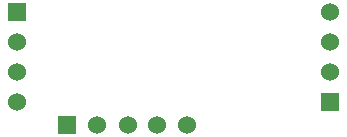
<source format=gbs>
G04 (created by PCBNEW (2013-07-07 BZR 4022)-stable) date 04/11/2014 12:02:10*
%MOIN*%
G04 Gerber Fmt 3.4, Leading zero omitted, Abs format*
%FSLAX34Y34*%
G01*
G70*
G90*
G04 APERTURE LIST*
%ADD10C,0.00590551*%
%ADD11R,0.06X0.06*%
%ADD12C,0.06*%
G04 APERTURE END LIST*
G54D10*
G54D11*
X11122Y-4452D03*
G54D12*
X11122Y-3452D03*
X11122Y-2452D03*
X11122Y-1452D03*
G54D11*
X688Y-1452D03*
G54D12*
X688Y-2452D03*
X688Y-3452D03*
X688Y-4452D03*
G54D11*
X2346Y-5216D03*
G54D12*
X3346Y-5216D03*
X4362Y-5216D03*
X5330Y-5216D03*
X6330Y-5216D03*
M02*

</source>
